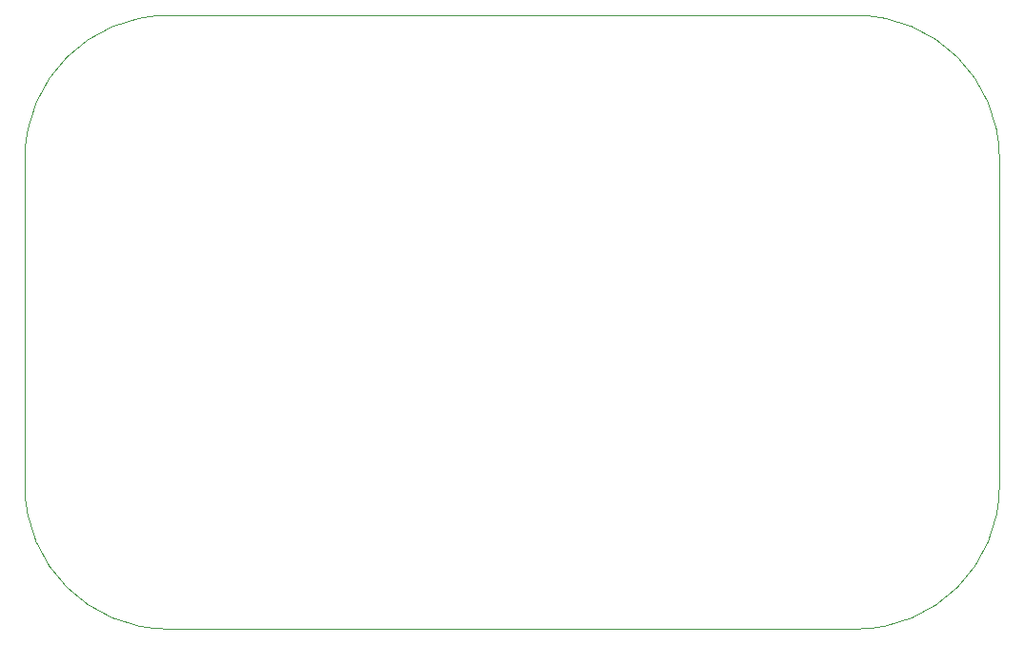
<source format=gbr>
G04 #@! TF.FileFunction,Profile,NP*
%FSLAX46Y46*%
G04 Gerber Fmt 4.6, Leading zero omitted, Abs format (unit mm)*
G04 Created by KiCad (PCBNEW (2015-02-06 BZR 5410)-product) date Tue 10 Feb 2015 02:07:55 AM CET*
%MOMM*%
G01*
G04 APERTURE LIST*
%ADD10C,0.050000*%
%ADD11C,0.100000*%
G04 APERTURE END LIST*
D10*
D11*
X98298000Y-82550000D02*
X98298000Y-111760000D01*
X172212000Y-69850000D02*
X110998000Y-69850000D01*
X184912000Y-111760000D02*
X184912000Y-82550000D01*
X110998000Y-124460000D02*
X172212000Y-124460000D01*
X98298000Y-111760000D02*
G75*
G03X110998000Y-124460000I12700000J0D01*
G01*
X172212000Y-124460000D02*
G75*
G03X184912000Y-111760000I0J12700000D01*
G01*
X184912000Y-82550000D02*
G75*
G03X172212000Y-69850000I-12700000J0D01*
G01*
X110998000Y-69850000D02*
G75*
G03X98298000Y-82550000I0J-12700000D01*
G01*
M02*

</source>
